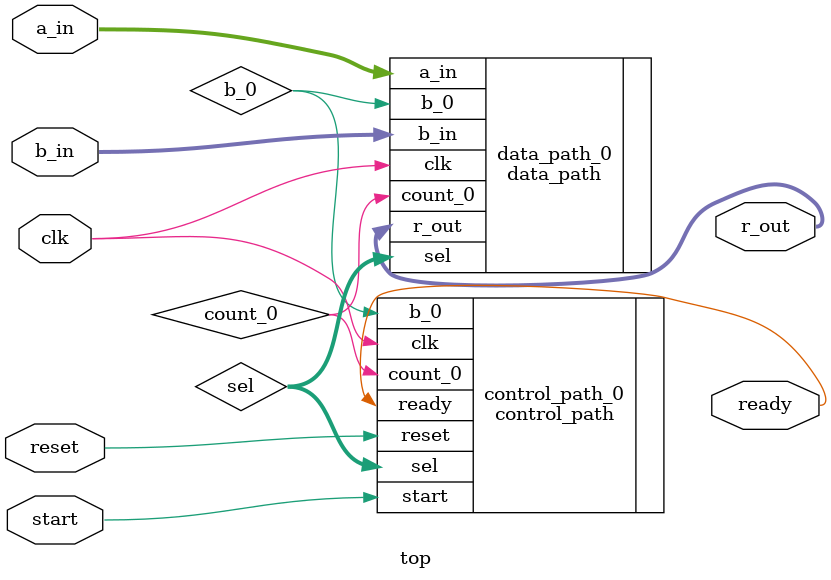
<source format=v>
`timescale 1ns / 1ps

module top #(
    parameter WIDTH = 8
) (
    input wire clk,
    input wire start,
    input wire reset,

    input wire [WIDTH-1:0] a_in,
    input wire [WIDTH-1:0] b_in,

    output wire ready,

    output wire [2*WIDTH-1:0] r_out
);

  wire [1:0] sel;
  wire count_0;
  wire b_0;

  control_path control_path_0 (
      .clk(clk),

      .count_0(count_0),
      .b_0(b_0),

      .start(start),
      .reset(reset),

      .sel(sel),

      .ready(ready)
  );

  data_path #(
      .WIDTH(WIDTH)
  ) data_path_0 (
      .clk(clk),
      .sel(sel),

      .a_in(a_in),
      .b_in(b_in),

      .r_out(r_out),

      .b_0(b_0),
      .count_0(count_0)
  );

endmodule

</source>
